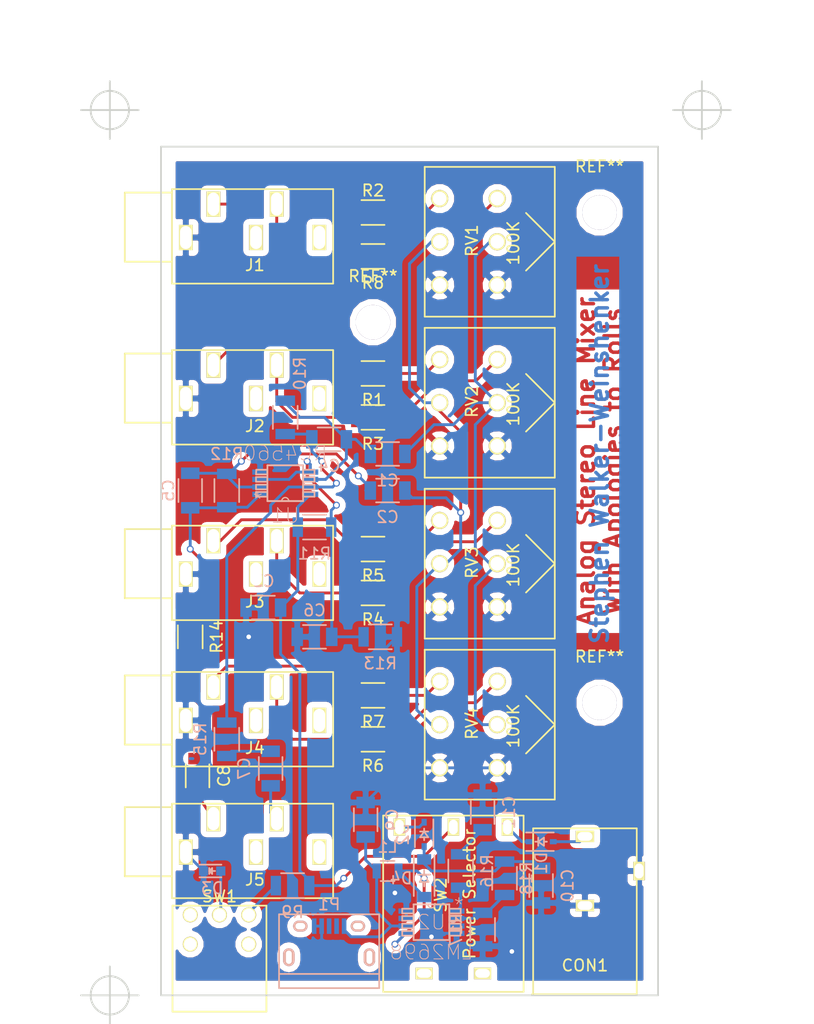
<source format=kicad_pcb>
(kicad_pcb (version 4) (host pcbnew 4.0.1-stable)
  (title_block (title "Analog Stereo Line Mixer") (date 2016-2-9) (rev 1))
  (layers (0 F.Cu signal) (31 B.Cu signal) (34 B.Paste user) (35 F.Paste user) (36 B.SilkS user) (37 F.SilkS user) (38 B.Mask user) (39 F.Mask user) (44 Edge.Cuts user))
  (net 0 "")
  (net 1 "Net-(C1-Pad1)")
  (net 2 /RSUM)
  (net 3 "Net-(C2-Pad1)")
  (net 4 /LSUM)
  (net 5 VCC)
  (net 6 GND)
  (net 7 "Net-(C4-Pad1)")
  (net 8 "Net-(C5-Pad1)")
  (net 9 /+B)
  (net 10 "Net-(C7-Pad1)")
  (net 11 "Net-(C7-Pad2)")
  (net 12 "Net-(C8-Pad1)")
  (net 13 "Net-(C8-Pad2)")
  (net 14 /Power_Regulator/Vin)
  (net 15 +12V)
  (net 16 "Net-(C11-Pad1)")
  (net 17 "Net-(CON1-Pad1)")
  (net 18 "Net-(D1-Pad1)")
  (net 19 "Net-(D2-Pad1)")
  (net 20 "Net-(D3-Pad2)")
  (net 21 "Net-(D4-Pad2)")
  (net 22 "Net-(J1-Pad2)")
  (net 23 "Net-(J1-Pad3)")
  (net 24 "Net-(J2-Pad2)")
  (net 25 "Net-(J2-Pad3)")
  (net 26 "Net-(J3-Pad2)")
  (net 27 "Net-(J3-Pad3)")
  (net 28 "Net-(J4-Pad2)")
  (net 29 "Net-(J4-Pad3)")
  (net 30 "Net-(R1-Pad1)")
  (net 31 "Net-(R2-Pad1)")
  (net 32 "Net-(R3-Pad1)")
  (net 33 "Net-(R4-Pad1)")
  (net 34 "Net-(R5-Pad1)")
  (net 35 "Net-(R6-Pad1)")
  (net 36 "Net-(R7-Pad1)")
  (net 37 "Net-(R8-Pad1)")
  (net 38 "Net-(R9-Pad1)")
  (net 39 "Net-(R16-Pad1)")
  (net 40 "Net-(R17-Pad1)")
  (module CUI-INC:SJ1-353XNG-5Pin (layer F.Cu) (at 59.055 106.68)
    (fp_text reference J5 (at -0.1 3.3) (layer F.SilkS))
    (fp_text value OUT)
    (pad 1 thru_hole rect (at -6.1 0.9) (size 1.2 2.2) (drill oval 1 2) (layers *.Cu *.Mask F.SilkS) (net 6 GND))
    (pad 2 thru_hole rect (at -3.7 -2) (size 1.2 2.2) (drill oval 1 2) (layers *.Cu *.Mask F.SilkS) (net 13 "Net-(C8-Pad2)"))
    (pad 3 thru_hole rect (at 1.8 -2) (size 1.2 2.2) (drill oval 1 2) (layers *.Cu *.Mask F.SilkS) (net 11 "Net-(C7-Pad2)"))
    (pad 4 thru_hole rect (at 5.5 0.9) (size 1.2 2.2) (drill oval 1 2) (layers *.Cu *.Mask F.SilkS))
    (pad 5 thru_hole rect (at 0 0.9) (size 1.2 2.2) (drill oval 1 2) (layers *.Cu *.Mask F.SilkS))
  )
  (module CUI-INC:SJ1-353XNG-5Pin (layer F.Cu) (at 59.055 82.55)
    (fp_text reference J3 (at -0.1 3.3) (layer F.SilkS))
    (fp_text value IN-3)
    (pad 1 thru_hole rect (at -6.1 0.9) (size 1.2 2.2) (drill oval 1 2) (layers *.Cu *.Mask F.SilkS) (net 6 GND))
    (pad 2 thru_hole rect (at -3.7 -2) (size 1.2 2.2) (drill oval 1 2) (layers *.Cu *.Mask F.SilkS) (net 26 "Net-(J3-Pad2)"))
    (pad 3 thru_hole rect (at 1.8 -2) (size 1.2 2.2) (drill oval 1 2) (layers *.Cu *.Mask F.SilkS) (net 27 "Net-(J3-Pad3)"))
    (pad 4 thru_hole rect (at 5.5 0.9) (size 1.2 2.2) (drill oval 1 2) (layers *.Cu *.Mask F.SilkS))
    (pad 5 thru_hole rect (at 0 0.9) (size 1.2 2.2) (drill oval 1 2) (layers *.Cu *.Mask F.SilkS))
  )
  (module Capacitors_SMD:C_1206 (layer B.Cu) (at 70.485 73.025)
    (fp_text reference C1 (at 0 2.3) (layer B.SilkS) (effects (justify mirror)))
    (fp_text value 1uF)
    (pad 1 smd rect (at -1.5 0) (size 1 1.6) (layers B.Cu B.Paste B.Mask) (net 1 "Net-(C1-Pad1)"))
    (pad 2 smd rect (at 1.5 0) (size 1 1.6) (layers B.Cu B.Paste B.Mask) (net 2 /RSUM))
  )
  (module Capacitors_SMD:C_1206 (layer B.Cu) (at 70.485 76.2)
    (fp_text reference C2 (at 0 2.3) (layer B.SilkS) (effects (justify mirror)))
    (fp_text value 1uF)
    (pad 1 smd rect (at -1.5 0) (size 1 1.6) (layers B.Cu B.Paste B.Mask) (net 3 "Net-(C2-Pad1)"))
    (pad 2 smd rect (at 1.5 0) (size 1 1.6) (layers B.Cu B.Paste B.Mask) (net 4 /LSUM))
  )
  (module Capacitors_SMD:C_1206 (layer B.Cu) (at 59.69 86.36 180)
    (fp_text reference C3 (at 0 2.3 180) (layer B.SilkS) (effects (justify mirror)))
    (fp_text value 1000uF)
    (pad 1 smd rect (at -1.5 0 180) (size 1 1.6) (layers B.Cu B.Paste B.Mask) (net 5 VCC))
    (pad 2 smd rect (at 1.5 0 180) (size 1 1.6) (layers B.Cu B.Paste B.Mask) (net 6 GND))
  )
  (module Capacitors_SMD:C_1206 (layer B.Cu) (at 65.405 71.755)
    (fp_text reference C4 (at 0 2.3) (layer B.SilkS) (effects (justify mirror)))
    (fp_text value 27pF)
    (pad 1 smd rect (at -1.5 0) (size 1 1.6) (layers B.Cu B.Paste B.Mask) (net 7 "Net-(C4-Pad1)"))
    (pad 2 smd rect (at 1.5 0) (size 1 1.6) (layers B.Cu B.Paste B.Mask) (net 1 "Net-(C1-Pad1)"))
  )
  (module Capacitors_SMD:C_1206 (layer B.Cu) (at 53.34 76.2 90)
    (fp_text reference C5 (at 0 -1.905 90) (layer B.SilkS) (effects (justify mirror)))
    (fp_text value 27pF)
    (pad 1 smd rect (at -1.5 0 90) (size 1 1.6) (layers B.Cu B.Paste B.Mask) (net 8 "Net-(C5-Pad1)"))
    (pad 2 smd rect (at 1.5 0 90) (size 1 1.6) (layers B.Cu B.Paste B.Mask) (net 3 "Net-(C2-Pad1)"))
  )
  (module Capacitors_SMD:C_1206 (layer B.Cu) (at 64.135 88.9 180)
    (fp_text reference C6 (at 0 2.3 180) (layer B.SilkS) (effects (justify mirror)))
    (fp_text value 47uF)
    (pad 1 smd rect (at -1.5 0 180) (size 1 1.6) (layers B.Cu B.Paste B.Mask) (net 9 /+B))
    (pad 2 smd rect (at 1.5 0 180) (size 1 1.6) (layers B.Cu B.Paste B.Mask) (net 6 GND))
  )
  (module Capacitors_SMD:C_1206 (layer B.Cu) (at 60.325 100.33 270)
    (fp_text reference C7 (at 0 2.3 270) (layer B.SilkS) (effects (justify mirror)))
    (fp_text value 47uF)
    (pad 1 smd rect (at -1.5 0 270) (size 1 1.6) (layers B.Cu B.Paste B.Mask) (net 10 "Net-(C7-Pad1)"))
    (pad 2 smd rect (at 1.5 0 270) (size 1 1.6) (layers B.Cu B.Paste B.Mask) (net 11 "Net-(C7-Pad2)"))
  )
  (module Capacitors_SMD:C_1206 (layer F.Cu) (at 53.975 100.965 270)
    (fp_text reference C8 (at 0 -2.3 270) (layer F.SilkS))
    (fp_text value 47uF)
    (pad 1 smd rect (at -1.5 0 270) (size 1 1.6) (layers F.Cu F.Paste F.Mask) (net 12 "Net-(C8-Pad1)"))
    (pad 2 smd rect (at 1.5 0 270) (size 1 1.6) (layers F.Cu F.Paste F.Mask) (net 13 "Net-(C8-Pad2)"))
  )
  (module Capacitors_SMD:C_1206 (layer B.Cu) (at 68.58 104.775 90)
    (fp_text reference C9 (at 0 2.3 90) (layer B.SilkS) (effects (justify mirror)))
    (fp_text value "22uF, 10V")
    (pad 1 smd rect (at -1.5 0 90) (size 1 1.6) (layers B.Cu B.Paste B.Mask) (net 14 /Power_Regulator/Vin))
    (pad 2 smd rect (at 1.5 0 90) (size 1 1.6) (layers B.Cu B.Paste B.Mask) (net 6 GND))
  )
  (module Capacitors_SMD:C_1206 (layer B.Cu) (at 83.82 110.49 90)
    (fp_text reference C10 (at 0 2.3 90) (layer B.SilkS) (effects (justify mirror)))
    (fp_text value 10uF)
    (pad 1 smd rect (at -1.5 0 90) (size 1 1.6) (layers B.Cu B.Paste B.Mask) (net 6 GND))
    (pad 2 smd rect (at 1.5 0 90) (size 1 1.6) (layers B.Cu B.Paste B.Mask) (net 15 +12V))
  )
  (module Capacitors_SMD:C_1206 (layer B.Cu) (at 78.74 104.14 90)
    (fp_text reference C11 (at 0 2.3 90) (layer B.SilkS) (effects (justify mirror)))
    (fp_text value 4.7nF)
    (pad 1 smd rect (at -1.5 0 90) (size 1 1.6) (layers B.Cu B.Paste B.Mask) (net 16 "Net-(C11-Pad1)"))
    (pad 2 smd rect (at 1.5 0 90) (size 1 1.6) (layers B.Cu B.Paste B.Mask) (net 6 GND))
  )
  (module CUI-INC:Barrel_Jack_2.1x5.5mm_CUI_INC (layer F.Cu) (at 87.63 109.22 180)
    (fp_text reference CON1 (at 0 -8.2 180) (layer F.SilkS))
    (fp_text value BARREL_JACK hide)
    (pad 2 thru_hole rect (at 0 -3 180) (size 1.6 1) (drill oval 1.3 0.762) (layers *.Cu *.Mask F.SilkS) (net 6 GND))
    (pad 3 thru_hole rect (at -4.7 0 270) (size 1.6 1) (drill oval 1.3 0.762) (layers *.Cu *.Mask F.SilkS) (net 6 GND))
    (pad 1 thru_hole rect (at 0 3 180) (size 1.6 1) (drill oval 1.3 0.762) (layers *.Cu *.Mask F.SilkS) (net 17 "Net-(CON1-Pad1)"))
  )
  (module Diodes_SMD:SOD-323 (layer B.Cu) (at 83.82 106.68)
    (fp_text reference D1 (at 0 1.85 90) (layer B.SilkS) (effects (justify mirror)))
    (fp_text value 1N4001)
    (pad 1 smd rect (at -1.055 0) (size 0.59 0.45) (layers B.Cu B.Paste B.Mask) (net 18 "Net-(D1-Pad1)"))
    (pad 2 smd rect (at 1.055 0) (size 0.59 0.45) (layers B.Cu B.Paste B.Mask) (net 17 "Net-(CON1-Pad1)"))
  )
  (module Diodes_SMD:SOD-323 (layer B.Cu) (at 73.66 106.045 270)
    (fp_text reference D2 (at 0 1.85 270) (layer B.SilkS) (effects (justify mirror)))
    (fp_text value 1N4001)
    (pad 1 smd rect (at -1.055 0 270) (size 0.59 0.45) (layers B.Cu B.Paste B.Mask) (net 19 "Net-(D2-Pad1)"))
    (pad 2 smd rect (at 1.055 0 270) (size 0.59 0.45) (layers B.Cu B.Paste B.Mask) (net 15 +12V))
  )
  (module LEDs:LED_0603 (layer B.Cu) (at 55.245 109.22)
    (fp_text reference D3 (at 0 1.5) (layer B.SilkS) (effects (justify mirror)))
    (fp_text value POWER_TEST)
    (pad 2 smd rect (at 0.7493 0 180) (size 0.79756 0.79756) (layers B.Cu B.Paste B.Mask) (net 20 "Net-(D3-Pad2)"))
    (pad 1 smd rect (at -0.7493 0 180) (size 0.79756 0.79756) (layers B.Cu B.Paste B.Mask) (net 6 GND))
  )
  (module Diodes_SMD:SOD-123 (layer B.Cu) (at 73.66 109.855 270)
    (fp_text reference D4 (at 0 2 540) (layer B.SilkS) (effects (justify mirror)))
    (fp_text value D_Schottky)
    (pad 1 smd rect (at -1.635 0 270) (size 0.91 1.22) (layers B.Cu B.Paste B.Mask) (net 15 +12V))
    (pad 2 smd rect (at 1.635 0 270) (size 0.91 1.22) (layers B.Cu B.Paste B.Mask) (net 21 "Net-(D4-Pad2)"))
  )
  (module CUI-INC:SJ1-353XNG-5Pin (layer F.Cu) (at 59.055 53.34)
    (fp_text reference J1 (at -0.1 3.3) (layer F.SilkS))
    (fp_text value IN-1)
    (pad 1 thru_hole rect (at -6.1 0.9) (size 1.2 2.2) (drill oval 1 2) (layers *.Cu *.Mask F.SilkS) (net 6 GND))
    (pad 2 thru_hole rect (at -3.7 -2) (size 1.2 2.2) (drill oval 1 2) (layers *.Cu *.Mask F.SilkS) (net 22 "Net-(J1-Pad2)"))
    (pad 3 thru_hole rect (at 1.8 -2) (size 1.2 2.2) (drill oval 1 2) (layers *.Cu *.Mask F.SilkS) (net 23 "Net-(J1-Pad3)"))
    (pad 4 thru_hole rect (at 5.5 0.9) (size 1.2 2.2) (drill oval 1 2) (layers *.Cu *.Mask F.SilkS))
    (pad 5 thru_hole rect (at 0 0.9) (size 1.2 2.2) (drill oval 1 2) (layers *.Cu *.Mask F.SilkS))
  )
  (module CUI-INC:SJ1-353XNG-5Pin (layer F.Cu) (at 59.055 67.31)
    (fp_text reference J2 (at -0.1 3.3) (layer F.SilkS))
    (fp_text value IN-2)
    (pad 1 thru_hole rect (at -6.1 0.9) (size 1.2 2.2) (drill oval 1 2) (layers *.Cu *.Mask F.SilkS) (net 6 GND))
    (pad 2 thru_hole rect (at -3.7 -2) (size 1.2 2.2) (drill oval 1 2) (layers *.Cu *.Mask F.SilkS) (net 24 "Net-(J2-Pad2)"))
    (pad 3 thru_hole rect (at 1.8 -2) (size 1.2 2.2) (drill oval 1 2) (layers *.Cu *.Mask F.SilkS) (net 25 "Net-(J2-Pad3)"))
    (pad 4 thru_hole rect (at 5.5 0.9) (size 1.2 2.2) (drill oval 1 2) (layers *.Cu *.Mask F.SilkS))
    (pad 5 thru_hole rect (at 0 0.9) (size 1.2 2.2) (drill oval 1 2) (layers *.Cu *.Mask F.SilkS))
  )
  (module CUI-INC:SJ1-353XNG-5Pin (layer F.Cu) (at 59.055 95.25)
    (fp_text reference J4 (at -0.1 3.3) (layer F.SilkS))
    (fp_text value IN-4)
    (pad 1 thru_hole rect (at -6.1 0.9) (size 1.2 2.2) (drill oval 1 2) (layers *.Cu *.Mask F.SilkS) (net 6 GND))
    (pad 2 thru_hole rect (at -3.7 -2) (size 1.2 2.2) (drill oval 1 2) (layers *.Cu *.Mask F.SilkS) (net 28 "Net-(J4-Pad2)"))
    (pad 3 thru_hole rect (at 1.8 -2) (size 1.2 2.2) (drill oval 1 2) (layers *.Cu *.Mask F.SilkS) (net 29 "Net-(J4-Pad3)"))
    (pad 4 thru_hole rect (at 5.5 0.9) (size 1.2 2.2) (drill oval 1 2) (layers *.Cu *.Mask F.SilkS))
    (pad 5 thru_hole rect (at 0 0.9) (size 1.2 2.2) (drill oval 1 2) (layers *.Cu *.Mask F.SilkS))
  )
  (module Resistors_SMD:R_0805 (layer B.Cu) (at 70.485 109.22 180)
    (fp_text reference L1 (at 0 2.1 180) (layer B.SilkS) (effects (justify mirror)))
    (fp_text value 10uH)
    (pad 1 smd rect (at -0.95 0 180) (size 0.7 1.3) (layers B.Cu B.Paste B.Mask) (net 21 "Net-(D4-Pad2)"))
    (pad 2 smd rect (at 0.95 0 180) (size 0.7 1.3) (layers B.Cu B.Paste B.Mask) (net 14 /Power_Regulator/Vin))
  )
  (module Connect:USB_Micro-B (layer B.Cu) (at 65.405 115.57 180)
    (fp_text reference P1 (at 0 3.45 180) (layer B.SilkS) (effects (justify mirror)))
    (fp_text value USB_B)
    (pad 1 smd rect (at -1.3009 1.56254 90) (size 1.35 0.4) (layers B.Cu B.Paste B.Mask) (net 14 /Power_Regulator/Vin))
    (pad 2 smd rect (at -0.6509 1.56254 90) (size 1.35 0.4) (layers B.Cu B.Paste B.Mask))
    (pad 3 smd rect (at -0.0009 1.56254 90) (size 1.35 0.4) (layers B.Cu B.Paste B.Mask))
    (pad 4 smd rect (at 0.6491 1.56254 90) (size 1.35 0.4) (layers B.Cu B.Paste B.Mask) (net 6 GND))
    (pad 5 smd rect (at 1.2991 1.56254 90) (size 1.35 0.4) (layers B.Cu B.Paste B.Mask) (net 6 GND))
    (pad 6 thru_hole oval (at -2.5009 1.56254 90) (size 0.95 1.25) (drill oval 0.55 0.85) (layers *.Cu *.Mask B.SilkS))
    (pad 6 thru_hole oval (at 2.4991 1.56254 90) (size 0.95 1.25) (drill oval 0.55 0.85) (layers *.Cu *.Mask B.SilkS))
    (pad 6 thru_hole oval (at -3.5009 -1.13746 90) (size 1.55 1) (drill oval 1.15 0.5) (layers *.Cu *.Mask B.SilkS))
    (pad 6 thru_hole oval (at 3.4991 -1.13746 90) (size 1.55 1) (drill oval 1.15 0.5) (layers *.Cu *.Mask B.SilkS))
  )
  (module Resistors_SMD:R_1206 (layer F.Cu) (at 69.215 66.04 180)
    (fp_text reference R1 (at 0 -2.3 180) (layer F.SilkS))
    (fp_text value 10K)
    (pad 1 smd rect (at -1.45 0 180) (size 0.9 1.7) (layers F.Cu F.Paste F.Mask) (net 30 "Net-(R1-Pad1)"))
    (pad 2 smd rect (at 1.45 0 180) (size 0.9 1.7) (layers F.Cu F.Paste F.Mask) (net 24 "Net-(J2-Pad2)"))
  )
  (module Resistors_SMD:R_1206 (layer F.Cu) (at 69.215 52.07 180)
    (fp_text reference R2 (at 0 1.905 180) (layer F.SilkS))
    (fp_text value 10K)
    (pad 1 smd rect (at -1.45 0 180) (size 0.9 1.7) (layers F.Cu F.Paste F.Mask) (net 31 "Net-(R2-Pad1)"))
    (pad 2 smd rect (at 1.45 0 180) (size 0.9 1.7) (layers F.Cu F.Paste F.Mask) (net 22 "Net-(J1-Pad2)"))
  )
  (module Resistors_SMD:R_1206 (layer F.Cu) (at 69.215 69.85 180)
    (fp_text reference R3 (at 0 -2.3 180) (layer F.SilkS))
    (fp_text value 10K)
    (pad 1 smd rect (at -1.45 0 180) (size 0.9 1.7) (layers F.Cu F.Paste F.Mask) (net 32 "Net-(R3-Pad1)"))
    (pad 2 smd rect (at 1.45 0 180) (size 0.9 1.7) (layers F.Cu F.Paste F.Mask) (net 25 "Net-(J2-Pad3)"))
  )
  (module Resistors_SMD:R_1206 (layer F.Cu) (at 69.215 85.09 180)
    (fp_text reference R4 (at 0 -2.3 180) (layer F.SilkS))
    (fp_text value 10K)
    (pad 1 smd rect (at -1.45 0 180) (size 0.9 1.7) (layers F.Cu F.Paste F.Mask) (net 33 "Net-(R4-Pad1)"))
    (pad 2 smd rect (at 1.45 0 180) (size 0.9 1.7) (layers F.Cu F.Paste F.Mask) (net 27 "Net-(J3-Pad3)"))
  )
  (module Resistors_SMD:R_1206 (layer F.Cu) (at 69.215 81.28 180)
    (fp_text reference R5 (at 0 -2.3 180) (layer F.SilkS))
    (fp_text value 10K)
    (pad 1 smd rect (at -1.45 0 180) (size 0.9 1.7) (layers F.Cu F.Paste F.Mask) (net 34 "Net-(R5-Pad1)"))
    (pad 2 smd rect (at 1.45 0 180) (size 0.9 1.7) (layers F.Cu F.Paste F.Mask) (net 26 "Net-(J3-Pad2)"))
  )
  (module Resistors_SMD:R_1206 (layer F.Cu) (at 69.215 97.79 180)
    (fp_text reference R6 (at 0 -2.3 180) (layer F.SilkS))
    (fp_text value 10K)
    (pad 1 smd rect (at -1.45 0 180) (size 0.9 1.7) (layers F.Cu F.Paste F.Mask) (net 35 "Net-(R6-Pad1)"))
    (pad 2 smd rect (at 1.45 0 180) (size 0.9 1.7) (layers F.Cu F.Paste F.Mask) (net 29 "Net-(J4-Pad3)"))
  )
  (module Resistors_SMD:R_1206 (layer F.Cu) (at 69.215 93.98 180)
    (fp_text reference R7 (at 0 -2.3 180) (layer F.SilkS))
    (fp_text value 10K)
    (pad 1 smd rect (at -1.45 0 180) (size 0.9 1.7) (layers F.Cu F.Paste F.Mask) (net 36 "Net-(R7-Pad1)"))
    (pad 2 smd rect (at 1.45 0 180) (size 0.9 1.7) (layers F.Cu F.Paste F.Mask) (net 28 "Net-(J4-Pad2)"))
  )
  (module Resistors_SMD:R_1206 (layer F.Cu) (at 69.215 55.88 180)
    (fp_text reference R8 (at 0 -2.3 180) (layer F.SilkS))
    (fp_text value 10K)
    (pad 1 smd rect (at -1.45 0 180) (size 0.9 1.7) (layers F.Cu F.Paste F.Mask) (net 37 "Net-(R8-Pad1)"))
    (pad 2 smd rect (at 1.45 0 180) (size 0.9 1.7) (layers F.Cu F.Paste F.Mask) (net 23 "Net-(J1-Pad3)"))
  )
  (module Resistors_SMD:R_1206 (layer B.Cu) (at 62.23 110.49)
    (fp_text reference R9 (at 0 2.3) (layer B.SilkS) (effects (justify mirror)))
    (fp_text value 2k)
    (pad 1 smd rect (at -1.45 0) (size 0.9 1.7) (layers B.Cu B.Paste B.Mask) (net 38 "Net-(R9-Pad1)"))
    (pad 2 smd rect (at 1.45 0) (size 0.9 1.7) (layers B.Cu B.Paste B.Mask) (net 5 VCC))
  )
  (module Resistors_SMD:R_1206 (layer B.Cu) (at 61.595 69.85 270)
    (fp_text reference R10 (at -3.81 -1.27 270) (layer B.SilkS) (effects (justify mirror)))
    (fp_text value 100k)
    (pad 1 smd rect (at -1.45 0 270) (size 0.9 1.7) (layers B.Cu B.Paste B.Mask) (net 1 "Net-(C1-Pad1)"))
    (pad 2 smd rect (at 1.45 0 270) (size 0.9 1.7) (layers B.Cu B.Paste B.Mask) (net 7 "Net-(C4-Pad1)"))
  )
  (module Resistors_SMD:R_1206 (layer B.Cu) (at 64.135 79.375)
    (fp_text reference R11 (at 0 2.3) (layer B.SilkS) (effects (justify mirror)))
    (fp_text value 18k)
    (pad 1 smd rect (at -1.45 0) (size 0.9 1.7) (layers B.Cu B.Paste B.Mask) (net 5 VCC))
    (pad 2 smd rect (at 1.45 0) (size 0.9 1.7) (layers B.Cu B.Paste B.Mask) (net 9 /+B))
  )
  (module Resistors_SMD:R_1206 (layer B.Cu) (at 56.515 76.2 270)
    (fp_text reference R12 (at -3.175 0 360) (layer B.SilkS) (effects (justify mirror)))
    (fp_text value 100k)
    (pad 1 smd rect (at -1.45 0 270) (size 0.9 1.7) (layers B.Cu B.Paste B.Mask) (net 3 "Net-(C2-Pad1)"))
    (pad 2 smd rect (at 1.45 0 270) (size 0.9 1.7) (layers B.Cu B.Paste B.Mask) (net 8 "Net-(C5-Pad1)"))
  )
  (module Resistors_SMD:R_1206 (layer B.Cu) (at 69.85 88.9)
    (fp_text reference R13 (at 0 2.3) (layer B.SilkS) (effects (justify mirror)))
    (fp_text value 22k)
    (pad 1 smd rect (at -1.45 0) (size 0.9 1.7) (layers B.Cu B.Paste B.Mask) (net 9 /+B))
    (pad 2 smd rect (at 1.45 0) (size 0.9 1.7) (layers B.Cu B.Paste B.Mask) (net 6 GND))
  )
  (module Resistors_SMD:R_1206 (layer F.Cu) (at 53.34 88.9 270)
    (fp_text reference R14 (at 0 -2.3 270) (layer F.SilkS))
    (fp_text value 100)
    (pad 1 smd rect (at -1.45 0 270) (size 0.9 1.7) (layers F.Cu F.Paste F.Mask) (net 8 "Net-(C5-Pad1)"))
    (pad 2 smd rect (at 1.45 0 270) (size 0.9 1.7) (layers F.Cu F.Paste F.Mask) (net 12 "Net-(C8-Pad1)"))
  )
  (module Resistors_SMD:R_1206 (layer B.Cu) (at 56.515 97.79 270)
    (fp_text reference R15 (at 0 2.3 270) (layer B.SilkS) (effects (justify mirror)))
    (fp_text value 100)
    (pad 1 smd rect (at -1.45 0 270) (size 0.9 1.7) (layers B.Cu B.Paste B.Mask) (net 7 "Net-(C4-Pad1)"))
    (pad 2 smd rect (at 1.45 0 270) (size 0.9 1.7) (layers B.Cu B.Paste B.Mask) (net 10 "Net-(C7-Pad1)"))
  )
  (module Resistors_SMD:R_1206 (layer B.Cu) (at 76.835 109.22 90)
    (fp_text reference R16 (at 0 2.3 90) (layer B.SilkS) (effects (justify mirror)))
    (fp_text value 24k9)
    (pad 1 smd rect (at -1.45 0 90) (size 0.9 1.7) (layers B.Cu B.Paste B.Mask) (net 39 "Net-(R16-Pad1)"))
    (pad 2 smd rect (at 1.45 0 90) (size 0.9 1.7) (layers B.Cu B.Paste B.Mask) (net 16 "Net-(C11-Pad1)"))
  )
  (module Resistors_SMD:R_1206 (layer B.Cu) (at 78.74 114.3 270)
    (fp_text reference R17 (at 0 2.3 270) (layer B.SilkS) (effects (justify mirror)))
    (fp_text value 3k48)
    (pad 1 smd rect (at -1.45 0 270) (size 0.9 1.7) (layers B.Cu B.Paste B.Mask) (net 40 "Net-(R17-Pad1)"))
    (pad 2 smd rect (at 1.45 0 270) (size 0.9 1.7) (layers B.Cu B.Paste B.Mask) (net 6 GND))
  )
  (module Resistors_SMD:R_1206 (layer B.Cu) (at 80.645 109.855 270)
    (fp_text reference R18 (at 0 -1.905 270) (layer B.SilkS) (effects (justify mirror)))
    (fp_text value 30k1)
    (pad 1 smd rect (at -1.45 0 270) (size 0.9 1.7) (layers B.Cu B.Paste B.Mask) (net 15 +12V))
    (pad 2 smd rect (at 1.45 0 270) (size 0.9 1.7) (layers B.Cu B.Paste B.Mask) (net 40 "Net-(R17-Pad1)"))
  )
  (module Taiwan_Alpha:TA-Dual-Pot-pin-RV122F (layer F.Cu) (at 80.01 54.61 270)
    (fp_text reference RV1 (at -0.1 2.2 270) (layer F.SilkS))
    (fp_text value 100K (at 0.1 -1.4 270) (layer F.SilkS))
    (pad 2 thru_hole circle (at 0 0 270) (size 1.5 1.5) (drill 1.2) (layers *.Cu *.Mask F.SilkS) (net 2 /RSUM))
    (pad 1 thru_hole circle (at -3.75 0 270) (size 1.5 1.5) (drill 1.2) (layers *.Cu *.Mask F.SilkS) (net 37 "Net-(R8-Pad1)"))
    (pad 3 thru_hole circle (at 3.75 0 270) (size 1.5 1.5) (drill 1.2) (layers *.Cu *.Mask F.SilkS) (net 6 GND))
    (pad 4 thru_hole circle (at -3.75 5 270) (size 1.5 1.5) (drill 1.2) (layers *.Cu *.Mask F.SilkS) (net 31 "Net-(R2-Pad1)"))
    (pad 5 thru_hole circle (at 0 5 270) (size 1.5 1.5) (drill 1.2) (layers *.Cu *.Mask F.SilkS) (net 4 /LSUM))
    (pad 6 thru_hole circle (at 3.75 5 270) (size 1.5 1.5) (drill 1.2) (layers *.Cu *.Mask F.SilkS) (net 6 GND))
  )
  (module Taiwan_Alpha:TA-Dual-Pot-pin-RV122F (layer F.Cu) (at 80.01 68.58 270)
    (fp_text reference RV2 (at -0.1 2.2 270) (layer F.SilkS))
    (fp_text value 100K (at 0.1 -1.4 270) (layer F.SilkS))
    (pad 2 thru_hole circle (at 0 0 270) (size 1.5 1.5) (drill 1.2) (layers *.Cu *.Mask F.SilkS) (net 2 /RSUM))
    (pad 1 thru_hole circle (at -3.75 0 270) (size 1.5 1.5) (drill 1.2) (layers *.Cu *.Mask F.SilkS) (net 32 "Net-(R3-Pad1)"))
    (pad 3 thru_hole circle (at 3.75 0 270) (size 1.5 1.5) (drill 1.2) (layers *.Cu *.Mask F.SilkS) (net 6 GND))
    (pad 4 thru_hole circle (at -3.75 5 270) (size 1.5 1.5) (drill 1.2) (layers *.Cu *.Mask F.SilkS) (net 30 "Net-(R1-Pad1)"))
    (pad 5 thru_hole circle (at 0 5 270) (size 1.5 1.5) (drill 1.2) (layers *.Cu *.Mask F.SilkS) (net 4 /LSUM))
    (pad 6 thru_hole circle (at 3.75 5 270) (size 1.5 1.5) (drill 1.2) (layers *.Cu *.Mask F.SilkS) (net 6 GND))
  )
  (module Taiwan_Alpha:TA-Dual-Pot-pin-RV122F (layer F.Cu) (at 80.01 82.55 270)
    (fp_text reference RV3 (at -0.1 2.2 270) (layer F.SilkS))
    (fp_text value 100K (at 0.1 -1.4 270) (layer F.SilkS))
    (pad 2 thru_hole circle (at 0 0 270) (size 1.5 1.5) (drill 1.2) (layers *.Cu *.Mask F.SilkS) (net 2 /RSUM))
    (pad 1 thru_hole circle (at -3.75 0 270) (size 1.5 1.5) (drill 1.2) (layers *.Cu *.Mask F.SilkS) (net 33 "Net-(R4-Pad1)"))
    (pad 3 thru_hole circle (at 3.75 0 270) (size 1.5 1.5) (drill 1.2) (layers *.Cu *.Mask F.SilkS) (net 6 GND))
    (pad 4 thru_hole circle (at -3.75 5 270) (size 1.5 1.5) (drill 1.2) (layers *.Cu *.Mask F.SilkS) (net 34 "Net-(R5-Pad1)"))
    (pad 5 thru_hole circle (at 0 5 270) (size 1.5 1.5) (drill 1.2) (layers *.Cu *.Mask F.SilkS) (net 4 /LSUM))
    (pad 6 thru_hole circle (at 3.75 5 270) (size 1.5 1.5) (drill 1.2) (layers *.Cu *.Mask F.SilkS) (net 6 GND))
  )
  (module Taiwan_Alpha:TA-Dual-Pot-pin-RV122F (layer F.Cu) (at 80.01 96.52 270)
    (fp_text reference RV4 (at -0.1 2.2 270) (layer F.SilkS))
    (fp_text value 100K (at 0.1 -1.4 270) (layer F.SilkS))
    (pad 2 thru_hole circle (at 0 0 270) (size 1.5 1.5) (drill 1.2) (layers *.Cu *.Mask F.SilkS) (net 2 /RSUM))
    (pad 1 thru_hole circle (at -3.75 0 270) (size 1.5 1.5) (drill 1.2) (layers *.Cu *.Mask F.SilkS) (net 35 "Net-(R6-Pad1)"))
    (pad 3 thru_hole circle (at 3.75 0 270) (size 1.5 1.5) (drill 1.2) (layers *.Cu *.Mask F.SilkS) (net 6 GND))
    (pad 4 thru_hole circle (at -3.75 5 270) (size 1.5 1.5) (drill 1.2) (layers *.Cu *.Mask F.SilkS) (net 36 "Net-(R7-Pad1)"))
    (pad 5 thru_hole circle (at 0 5 270) (size 1.5 1.5) (drill 1.2) (layers *.Cu *.Mask F.SilkS) (net 4 /LSUM))
    (pad 6 thru_hole circle (at 3.75 5 270) (size 1.5 1.5) (drill 1.2) (layers *.Cu *.Mask F.SilkS) (net 6 GND))
  )
  (module Grayhill:Grayhill-38F-M6-SPST (layer F.Cu) (at 55.88 113.03 180)
    (fp_text reference SW1 (at 0 1.6 180) (layer F.SilkS))
    (fp_text value POWER_TEST)
    (pad 1 thru_hole circle (at -2.54 0 180) (size 1.3 1.3) (drill 1.09) (layers *.Cu *.Mask F.SilkS) (net 38 "Net-(R9-Pad1)"))
    (pad 2 thru_hole circle (at 0 0 180) (size 1.3 1.3) (drill 1.09) (layers *.Cu *.Mask F.SilkS) (net 20 "Net-(D3-Pad2)"))
    (pad 3 thru_hole circle (at 2.54 0 180) (size 1.3 1.3) (drill 1.09) (layers *.Cu *.Mask F.SilkS))
    (pad "" np_thru_hole circle (at 2.54 -2.54 180) (size 1.3 1.3) (drill 1.09) (layers *.Cu *.Mask F.SilkS))
    (pad "" np_thru_hole circle (at -2.54 -2.54 180) (size 1.3 1.3) (drill 1.09) (layers *.Cu *.Mask F.SilkS))
  )
  (module Grayhill:Grayhill-47B-switches-SPDT-M6 (layer F.Cu) (at 76.2 105.41 180)
    (fp_text reference SW2 (at 1.1 -5.9 270) (layer F.SilkS))
    (fp_text value "Power Selector" (at -1.4 -5.8 270) (layer F.SilkS))
    (pad 1 thru_hole rect (at -4.69 0 270) (size 1.5 1) (drill oval 1.27 0.76) (layers *.Cu *.Mask F.SilkS) (net 18 "Net-(D1-Pad1)"))
    (pad 2 thru_hole rect (at 0 0 270) (size 1.5 1) (drill oval 1.27 0.76) (layers *.Cu *.Mask F.SilkS) (net 5 VCC))
    (pad 3 thru_hole rect (at 4.69 0 270) (size 1.5 1) (drill oval 1.27 0.76) (layers *.Cu *.Mask F.SilkS) (net 19 "Net-(D2-Pad1)"))
    (pad "" np_thru_hole rect (at -2.54 -12.7 180) (size 1.5 1) (drill oval 1.27 0.76) (layers *.Cu *.Mask F.SilkS))
    (pad "" np_thru_hole rect (at 2.54 -12.7 180) (size 1.5 1) (drill oval 1.27 0.76) (layers *.Cu *.Mask F.SilkS))
  )
  (module texas:TI-LM2698-MUA08A (layer B.Cu) (at 61.595 75.565)
    (fp_text reference U1 (at 0 2.8) (layer B.SilkS) (effects (font (size 1.27 1.27) (thickness 0.0762)) (justify mirror)))
    (fp_text value RC4560 (at 0 -2.6) (layer B.SilkS) (effects (font (size 1.27 1.27) (thickness 0.0762)) (justify mirror)))
    (fp_text user * (at -2.3876 1.4478) (layer B.SilkS) (effects (font (size 1.27 1.27) (thickness 0.0762)) (justify mirror)))
    (pad 1 smd rect (at -2.18186 0.9652) (size 1.3716 0.4572) (layers B.Cu B.Paste B.Mask) (net 8 "Net-(C5-Pad1)"))
    (pad 2 smd rect (at -2.18186 0.3302) (size 1.3716 0.4572) (layers B.Cu B.Paste B.Mask) (net 3 "Net-(C2-Pad1)"))
    (pad 3 smd rect (at -2.18186 -0.3302) (size 1.3716 0.4572) (layers B.Cu B.Paste B.Mask) (net 9 /+B))
    (pad 4 smd rect (at -2.18186 -0.9652) (size 1.3716 0.4572) (layers B.Cu B.Paste B.Mask) (net 6 GND))
    (pad 5 smd rect (at 2.18186 -0.9652) (size 1.3716 0.4572) (layers B.Cu B.Paste B.Mask) (net 9 /+B))
    (pad 6 smd rect (at 2.18186 -0.3302) (size 1.3716 0.4572) (layers B.Cu B.Paste B.Mask) (net 1 "Net-(C1-Pad1)"))
    (pad 7 smd rect (at 2.18186 0.3302) (size 1.3716 0.4572) (layers B.Cu B.Paste B.Mask) (net 7 "Net-(C4-Pad1)"))
    (pad 8 smd rect (at 2.18186 0.9652) (size 1.3716 0.4572) (layers B.Cu B.Paste B.Mask) (net 5 VCC))
  )
  (module texas:TI-LM2698-MUA08A (layer B.Cu) (at 74.295 113.665 180)
    (fp_text reference U2 (at 0 0 180) (layer B.SilkS) (effects (font (size 1.27 1.27) (thickness 0.0762)) (justify mirror)))
    (fp_text value LM2698 (at 0 -2.6 180) (layer B.SilkS) (effects (font (size 1.27 1.27) (thickness 0.0762)) (justify mirror)))
    (fp_text user * (at -2.3876 1.4478 180) (layer B.SilkS) (effects (font (size 1.27 1.27) (thickness 0.0762)) (justify mirror)))
    (pad 1 smd rect (at -2.18186 0.9652 180) (size 1.3716 0.4572) (layers B.Cu B.Paste B.Mask) (net 39 "Net-(R16-Pad1)"))
    (pad 2 smd rect (at -2.18186 0.3302 180) (size 1.3716 0.4572) (layers B.Cu B.Paste B.Mask) (net 40 "Net-(R17-Pad1)"))
    (pad 3 smd rect (at -2.18186 -0.3302 180) (size 1.3716 0.4572) (layers B.Cu B.Paste B.Mask))
    (pad 4 smd rect (at -2.18186 -0.9652 180) (size 1.3716 0.4572) (layers B.Cu B.Paste B.Mask) (net 6 GND))
    (pad 5 smd rect (at 2.18186 -0.9652 180) (size 1.3716 0.4572) (layers B.Cu B.Paste B.Mask) (net 21 "Net-(D4-Pad2)"))
    (pad 6 smd rect (at 2.18186 -0.3302 180) (size 1.3716 0.4572) (layers B.Cu B.Paste B.Mask) (net 14 /Power_Regulator/Vin))
    (pad 7 smd rect (at 2.18186 0.3302 180) (size 1.3716 0.4572) (layers B.Cu B.Paste B.Mask) (net 6 GND))
    (pad 8 smd rect (at 2.18186 0.9652 180) (size 1.3716 0.4572) (layers B.Cu B.Paste B.Mask) (net 6 GND))
  )
  (module Mounting_Holes:MountingHole_3mm (layer F.Cu) (at 88.9 52.07)
    (fp_text reference REF** (at 0 -4.0005) (layer F.SilkS))
    (fp_text value MountingHole_3mm)
    (pad 1 thru_hole circle (at 0 0) (size 3 3) (drill 3) (layers))
  )
  (module Mounting_Holes:MountingHole_3mm (layer F.Cu) (at 88.9 94.615)
    (fp_text reference REF** (at 0 -4.0005) (layer F.SilkS))
    (fp_text value MountingHole_3mm)
    (pad 1 thru_hole circle (at 0 0) (size 3 3) (drill 3) (layers))
  )
  (module Mounting_Holes:MountingHole_3mm (layer F.Cu) (at 69.215 61.595)
    (fp_text reference REF** (at 0 -4.0005) (layer F.SilkS))
    (fp_text value MountingHole_3mm)
    (pad 1 thru_hole circle (at 0 0) (size 3 3) (drill 3) (layers))
  )
  (target plus (at 46.355 120.015) (size 5) (width 0.15) (layer Edge.Cuts))
  (target plus (at 46.355 120.015) (size 5) (width 0.15) (layer Edge.Cuts))
  (target plus (at 46.355 43.18) (size 5) (width 0.15) (layer Edge.Cuts))
  (target plus (at 46.355 43.18) (size 5) (width 0.15) (layer Edge.Cuts))
  (target plus (at 97.79 43.18) (size 5) (width 0.15) (layer Edge.Cuts))
  (target plus (at 97.79 43.18) (size 5) (width 0.15) (layer Edge.Cuts))
  (gr_text "Stephen Walker-Weinshenker" (at 88.9 73.025 90) (layer B.Cu) (effects (font (size 1.5 1.5) (thickness 0.3))))
  (gr_text "Analog Stereo Line Mixer\nWith Apologies to Rolls" (at 88.9 73.66 90) (layer F.Cu) (effects (font (size 1.5 1.5) (thickness 0.3))))
  (gr_line (start 93.98 120.015) (end 50.8 120.015) (layer Edge.Cuts) (width 0.15))
  (gr_line (start 93.98 46.355) (end 93.98 120.015) (layer Edge.Cuts) (width 0.15))
  (gr_line (start 50.8 46.355) (end 93.98 46.355) (layer Edge.Cuts) (width 0.15))
  (gr_line (start 50.8 120.013) (end 50.8 46.355) (layer Edge.Cuts) (width 0.15))
  (segment (start 53.34 99.465) (end 53.57 99.465) (width 0.25) (layer B.Cu) (net 0))
  (segment (start 65.1002 75.2348) (end 63.77686 75.2348) (width 0.25) (layer B.Cu) (net 1))
  (segment (start 66.905 73.43) (end 65.1002 75.2348) (width 0.25) (layer B.Cu) (net 1))
  (segment (start 66.905 71.755) (end 66.905 73.43) (width 0.25) (layer B.Cu) (net 1))
  (segment (start 66.905 71.755) (end 67.715 71.755) (width 0.25) (layer B.Cu) (net 1))
  (segment (start 67.715 71.755) (end 68.985 73.025) (width 0.25) (layer B.Cu) (net 1))
  (segment (start 61.595 68.4) (end 61.595 68.58) (width 0.25) (layer B.Cu) (net 1))
  (segment (start 61.595 68.58) (end 62.865 69.85) (width 0.25) (layer B.Cu) (net 1))
  (segment (start 62.865 69.85) (end 65 69.85) (width 0.25) (layer B.Cu) (net 1))
  (segment (start 65 69.85) (end 66.905 71.755) (width 0.25) (layer B.Cu) (net 1))
  (segment (start 80.01 96.52) (end 78.74 96.52) (width 0.25) (layer B.Cu) (net 2))
  (segment (start 78.105 84.455) (end 80.01 82.55) (width 0.25) (layer B.Cu) (net 2))
  (segment (start 78.105 95.885) (end 78.105 84.455) (width 0.25) (layer B.Cu) (net 2))
  (segment (start 78.74 96.52) (end 78.105 95.885) (width 0.25) (layer B.Cu) (net 2))
  (segment (start 78.105 70.485) (end 80.01 68.58) (width 0.25) (layer B.Cu) (net 2))
  (segment (start 78.105 81.28) (end 78.105 70.485) (width 0.25) (layer B.Cu) (net 2))
  (segment (start 79.375 82.55) (end 78.105 81.28) (width 0.25) (layer B.Cu) (net 2))
  (segment (start 80.01 82.55) (end 79.375 82.55) (width 0.25) (layer B.Cu) (net 2))
  (segment (start 80.01 54.61) (end 79.375 54.61) (width 0.25) (layer B.Cu) (net 2))
  (segment (start 79.375 54.61) (end 78.105 55.88) (width 0.25) (layer B.Cu) (net 2))
  (segment (start 78.105 55.88) (end 78.105 66.675) (width 0.25) (layer B.Cu) (net 2))
  (segment (start 78.105 66.675) (end 80.01 68.58) (width 0.25) (layer B.Cu) (net 2))
  (segment (start 80.01 68.58) (end 78.105 68.58) (width 0.25) (layer B.Cu) (net 2))
  (segment (start 74.525 70.485) (end 71.985 73.025) (width 0.25) (layer B.Cu) (net 2))
  (segment (start 76.2 70.485) (end 74.525 70.485) (width 0.25) (layer B.Cu) (net 2))
  (segment (start 78.105 68.58) (end 76.2 70.485) (width 0.25) (layer B.Cu) (net 2))
  (segment (start 68.985 76.2) (end 68.985 75.97) (width 0.25) (layer B.Cu) (net 3))
  (segment (start 68.985 75.97) (end 67.945 74.93) (width 0.25) (layer B.Cu) (net 3))
  (segment (start 57.785 73.66) (end 56.695 74.75) (width 0.25) (layer B.Cu) (net 3))
  (via (at 57.785 73.66) (size 0.6) (drill 0.4) (layers F.Cu B.Cu) (net 3))
  (segment (start 58.42 73.025) (end 57.785 73.66) (width 0.25) (layer F.Cu) (net 3))
  (segment (start 66.04 73.025) (end 58.42 73.025) (width 0.25) (layer F.Cu) (net 3))
  (segment (start 67.945 74.93) (end 66.04 73.025) (width 0.25) (layer F.Cu) (net 3))
  (via (at 67.945 74.93) (size 0.6) (drill 0.4) (layers F.Cu B.Cu) (net 3))
  (segment (start 56.695 74.75) (end 56.515 74.75) (width 0.25) (layer B.Cu) (net 3))
  (segment (start 68.985 76.2) (end 68.58 76.2) (width 0.25) (layer B.Cu) (net 3))
  (segment (start 56.515 74.75) (end 56.515 74.93) (width 0.25) (layer B.Cu) (net 3))
  (segment (start 56.515 74.93) (end 57.4802 75.8952) (width 0.25) (layer B.Cu) (net 3))
  (segment (start 57.4802 75.8952) (end 59.41314 75.8952) (width 0.25) (layer B.Cu) (net 3))
  (segment (start 53.34 74.7) (end 56.465 74.7) (width 0.25) (layer B.Cu) (net 3))
  (segment (start 56.465 74.7) (end 56.515 74.75) (width 0.25) (layer B.Cu) (net 3))
  (segment (start 75.01 96.52) (end 74.295 96.52) (width 0.25) (layer B.Cu) (net 4))
  (segment (start 74.295 96.52) (end 73.025 95.25) (width 0.25) (layer B.Cu) (net 4))
  (segment (start 73.025 95.25) (end 73.025 84.535) (width 0.25) (layer B.Cu) (net 4))
  (segment (start 73.025 84.535) (end 75.01 82.55) (width 0.25) (layer B.Cu) (net 4))
  (segment (start 76.835 78.105) (end 75.565 76.835) (width 0.25) (layer B.Cu) (net 4))
  (segment (start 72.62 76.835) (end 71.985 76.2) (width 0.25) (layer B.Cu) (net 4))
  (segment (start 75.565 76.835) (end 72.62 76.835) (width 0.25) (layer B.Cu) (net 4))
  (segment (start 75.01 68.58) (end 75.01 69.295) (width 0.25) (layer F.Cu) (net 4))
  (segment (start 75.01 69.295) (end 76.835 71.12) (width 0.25) (layer F.Cu) (net 4))
  (segment (start 76.835 81.28) (end 75.565 82.55) (width 0.25) (layer B.Cu) (net 4))
  (segment (start 76.835 78.105) (end 76.835 81.28) (width 0.25) (layer B.Cu) (net 4))
  (via (at 76.835 78.105) (size 0.6) (drill 0.4) (layers F.Cu B.Cu) (net 4))
  (segment (start 76.835 71.12) (end 76.835 78.105) (width 0.25) (layer F.Cu) (net 4))
  (segment (start 75.565 82.55) (end 75.01 82.55) (width 0.25) (layer B.Cu) (net 4))
  (segment (start 75.01 54.61) (end 74.295 54.61) (width 0.25) (layer B.Cu) (net 4))
  (segment (start 74.295 54.61) (end 72.39 56.515) (width 0.25) (layer B.Cu) (net 4))
  (segment (start 72.39 56.515) (end 72.39 67.31) (width 0.25) (layer B.Cu) (net 4))
  (segment (start 72.39 67.31) (end 73.66 68.58) (width 0.25) (layer B.Cu) (net 4))
  (segment (start 73.66 68.58) (end 75.01 68.58) (width 0.25) (layer B.Cu) (net 4))
  (segment (start 62.685 79.375) (end 62.685 77.62206) (width 0.25) (layer B.Cu) (net 5))
  (segment (start 62.685 77.62206) (end 63.77686 76.5302) (width 0.25) (layer B.Cu) (net 5))
  (segment (start 62.685 79.375) (end 62.685 84.865) (width 0.25) (layer B.Cu) (net 5))
  (segment (start 62.685 84.865) (end 61.19 86.36) (width 0.25) (layer B.Cu) (net 5))
  (segment (start 63.68 110.49) (end 63.68 110.035) (width 0.25) (layer B.Cu) (net 5))
  (segment (start 63.68 110.035) (end 62.865 109.22) (width 0.25) (layer B.Cu) (net 5))
  (segment (start 61.19 90.4) (end 61.19 86.36) (width 0.25) (layer B.Cu) (net 5))
  (segment (start 62.865 92.075) (end 61.19 90.4) (width 0.25) (layer B.Cu) (net 5))
  (segment (start 62.865 109.22) (end 62.865 92.075) (width 0.25) (layer B.Cu) (net 5))
  (segment (start 63.68 110.49) (end 66.04 110.49) (width 0.25) (layer B.Cu) (net 5))
  (segment (start 73.66 107.95) (end 76.2 105.41) (width 0.25) (layer F.Cu) (net 5))
  (segment (start 68.58 107.95) (end 73.66 107.95) (width 0.25) (layer F.Cu) (net 5))
  (segment (start 66.675 109.855) (end 68.58 107.95) (width 0.25) (layer F.Cu) (net 5))
  (via (at 66.675 109.855) (size 0.6) (drill 0.4) (layers F.Cu B.Cu) (net 5))
  (segment (start 66.04 110.49) (end 66.675 109.855) (width 0.25) (layer B.Cu) (net 5))
  (segment (start 76.47686 114.6302) (end 74.5998 114.6302) (width 0.25) (layer B.Cu) (net 6))
  (via (at 74.295 114.935) (size 0.6) (drill 0.4) (layers F.Cu B.Cu) (net 6))
  (segment (start 74.5998 114.6302) (end 74.295 114.935) (width 0.25) (layer B.Cu) (net 6))
  (segment (start 76.47686 114.6302) (end 76.47686 115.29314) (width 0.25) (layer B.Cu) (net 6))
  (segment (start 76.47686 115.29314) (end 76.2 115.57) (width 0.25) (layer B.Cu) (net 6))
  (segment (start 58.19 86.36) (end 58.19 88.67) (width 0.25) (layer B.Cu) (net 6))
  (via (at 58.42 88.9) (size 0.6) (drill 0.4) (layers F.Cu B.Cu) (net 6))
  (segment (start 58.19 88.67) (end 58.42 88.9) (width 0.25) (layer B.Cu) (net 6))
  (segment (start 71.12 111.125) (end 71.755 111.125) (width 0.25) (layer B.Cu) (net 6))
  (segment (start 72.11314 111.48314) (end 71.755 111.125) (width 0.25) (layer B.Cu) (net 6))
  (segment (start 72.11314 111.48314) (end 72.11314 113.3348) (width 0.25) (layer B.Cu) (net 6))
  (via (at 71.12 111.125) (size 0.6) (drill 0.4) (layers F.Cu B.Cu) (net 6))
  (segment (start 78.74 115.75) (end 80.825 115.75) (width 0.25) (layer B.Cu) (net 6))
  (via (at 81.28 116.205) (size 0.6) (drill 0.4) (layers F.Cu B.Cu) (net 6))
  (segment (start 80.825 115.75) (end 81.28 116.205) (width 0.25) (layer B.Cu) (net 6))
  (segment (start 64.7559 114.00746) (end 64.7559 115.5559) (width 0.25) (layer B.Cu) (net 6))
  (segment (start 64.7559 115.5559) (end 64.77 115.57) (width 0.25) (layer B.Cu) (net 6))
  (segment (start 64.1059 114.00746) (end 64.7559 114.00746) (width 0.25) (layer B.Cu) (net 6))
  (segment (start 72.11314 113.3348) (end 72.11314 112.6998) (width 0.25) (layer B.Cu) (net 6))
  (segment (start 52.955 83.45) (end 52.955 96.15) (width 0.25) (layer B.Cu) (net 6))
  (segment (start 87.4 111.99) (end 87.63 112.22) (width 0.25) (layer B.Cu) (net 6))
  (segment (start 52.955 107.58) (end 52.955 107.6793) (width 0.25) (layer B.Cu) (net 6))
  (segment (start 52.955 107.6793) (end 54.4957 109.22) (width 0.25) (layer B.Cu) (net 6))
  (segment (start 75.01 100.27) (end 71.585 100.27) (width 0.25) (layer B.Cu) (net 6))
  (segment (start 71.585 100.27) (end 68.58 103.275) (width 0.25) (layer B.Cu) (net 6))
  (segment (start 75.01 100.27) (end 80.01 100.27) (width 0.25) (layer B.Cu) (net 6))
  (segment (start 80.01 100.27) (end 78.74 101.54) (width 0.25) (layer B.Cu) (net 6))
  (segment (start 78.74 101.54) (end 78.74 102.64) (width 0.25) (layer B.Cu) (net 6))
  (segment (start 62.635 88.9) (end 62.635 89.94) (width 0.25) (layer B.Cu) (net 6))
  (segment (start 69.395 90.805) (end 71.3 88.9) (width 0.25) (layer B.Cu) (net 6))
  (segment (start 63.5 90.805) (end 69.395 90.805) (width 0.25) (layer B.Cu) (net 6))
  (segment (start 62.635 89.94) (end 63.5 90.805) (width 0.25) (layer B.Cu) (net 6))
  (segment (start 52.955 68.21) (end 54.24 68.21) (width 0.25) (layer B.Cu) (net 6))
  (segment (start 59.41314 73.38314) (end 59.41314 74.5998) (width 0.25) (layer B.Cu) (net 6))
  (segment (start 54.24 68.21) (end 59.41314 73.38314) (width 0.25) (layer B.Cu) (net 6))
  (segment (start 52.955 54.24) (end 52.955 68.21) (width 0.25) (layer B.Cu) (net 6))
  (segment (start 63.77686 75.8952) (end 65.7098 75.8952) (width 0.25) (layer B.Cu) (net 7))
  (segment (start 63.905 72.795) (end 63.905 71.755) (width 0.25) (layer B.Cu) (net 7))
  (segment (start 64.77 73.66) (end 63.905 72.795) (width 0.25) (layer B.Cu) (net 7))
  (via (at 64.77 73.66) (size 0.6) (drill 0.4) (layers F.Cu B.Cu) (net 7))
  (segment (start 64.77 74.295) (end 64.77 73.66) (width 0.25) (layer F.Cu) (net 7))
  (segment (start 66.04 75.565) (end 64.77 74.295) (width 0.25) (layer F.Cu) (net 7))
  (via (at 66.04 75.565) (size 0.6) (drill 0.4) (layers F.Cu B.Cu) (net 7))
  (segment (start 65.7098 75.8952) (end 66.04 75.565) (width 0.25) (layer B.Cu) (net 7))
  (segment (start 61.595 71.3) (end 63.45 71.3) (width 0.25) (layer B.Cu) (net 7))
  (segment (start 63.45 71.3) (end 63.905 71.755) (width 0.25) (layer B.Cu) (net 7))
  (segment (start 63.77686 75.8952) (end 61.8998 75.8952) (width 0.25) (layer B.Cu) (net 7))
  (segment (start 56.515 91.44) (end 56.515 96.34) (width 0.25) (layer B.Cu) (net 7))
  (segment (start 56.515 81.915) (end 56.515 91.44) (width 0.25) (layer B.Cu) (net 7))
  (segment (start 60.325 78.105) (end 56.515 81.915) (width 0.25) (layer B.Cu) (net 7))
  (segment (start 60.325 77.47) (end 60.325 78.105) (width 0.25) (layer B.Cu) (net 7))
  (segment (start 61.8998 75.8952) (end 60.325 77.47) (width 0.25) (layer B.Cu) (net 7))
  (segment (start 53.34 87.45) (end 53.34 86.36) (width 0.25) (layer F.Cu) (net 8))
  (segment (start 53.34 81.28) (end 53.34 77.7) (width 0.25) (layer B.Cu) (net 8))
  (via (at 53.34 81.28) (size 0.6) (drill 0.4) (layers F.Cu B.Cu) (net 8))
  (segment (start 54.61 82.55) (end 53.34 81.28) (width 0.25) (layer F.Cu) (net 8))
  (segment (start 54.61 85.09) (end 54.61 82.55) (width 0.25) (layer F.Cu) (net 8))
  (segment (start 53.34 86.36) (end 54.61 85.09) (width 0.25) (layer F.Cu) (net 8))
  (segment (start 56.515 77.65) (end 58.29334 77.65) (width 0.25) (layer B.Cu) (net 8))
  (segment (start 58.29334 77.65) (end 59.41314 76.5302) (width 0.25) (layer B.Cu) (net 8))
  (segment (start 53.34 77.7) (end 56.465 77.7) (width 0.25) (layer B.Cu) (net 8))
  (segment (start 56.465 77.7) (end 56.515 77.65) (width 0.25) (layer B.Cu) (net 8))
  (segment (start 65.585 79.375) (end 65.585 77.925) (width 0.25) (layer B.Cu) (net 9))
  (segment (start 63.77686 73.93686) (end 63.77686 74.5998) (width 0.25) (layer B.Cu) (net 9))
  (segment (start 63.5 73.66) (end 63.77686 73.93686) (width 0.25) (layer B.Cu) (net 9))
  (via (at 63.5 73.66) (size 0.6) (drill 0.4) (layers F.Cu B.Cu) (net 9))
  (segment (start 63.5 74.93) (end 63.5 73.66) (width 0.25) (layer F.Cu) (net 9))
  (segment (start 66.04 77.47) (end 63.5 74.93) (width 0.25) (layer F.Cu) (net 9))
  (via (at 66.04 77.47) (size 0.6) (drill 0.4) (layers F.Cu B.Cu) (net 9))
  (segment (start 65.585 77.925) (end 66.04 77.47) (width 0.25) (layer B.Cu) (net 9))
  (segment (start 59.41314 75.2348) (end 61.9252 75.2348) (width 0.25) (layer B.Cu) (net 9))
  (segment (start 61.9252 75.2348) (end 62.5602 74.5998) (width 0.25) (layer B.Cu) (net 9))
  (segment (start 62.5602 74.5998) (end 63.77686 74.5998) (width 0.25) (layer B.Cu) (net 9))
  (segment (start 65.635 88.9) (end 65.635 79.425) (width 0.25) (layer B.Cu) (net 9))
  (segment (start 65.635 79.425) (end 65.585 79.375) (width 0.25) (layer B.Cu) (net 9))
  (segment (start 68.4 88.9) (end 65.635 88.9) (width 0.25) (layer B.Cu) (net 9))
  (segment (start 60.325 98.83) (end 56.925 98.83) (width 0.25) (layer B.Cu) (net 10))
  (segment (start 56.925 98.83) (end 56.515 99.24) (width 0.25) (layer B.Cu) (net 10))
  (segment (start 60.325 101.83) (end 60.325 104.15) (width 0.25) (layer B.Cu) (net 11))
  (segment (start 60.325 104.15) (end 60.855 104.68) (width 0.25) (layer B.Cu) (net 11))
  (segment (start 53.975 99.465) (end 53.975 98.425) (width 0.25) (layer F.Cu) (net 12))
  (segment (start 53.34 93.98) (end 53.34 90.35) (width 0.25) (layer F.Cu) (net 12))
  (segment (start 54.61 95.25) (end 53.34 93.98) (width 0.25) (layer F.Cu) (net 12))
  (segment (start 54.61 97.79) (end 54.61 95.25) (width 0.25) (layer F.Cu) (net 12))
  (segment (start 53.975 98.425) (end 54.61 97.79) (width 0.25) (layer F.Cu) (net 12))
  (segment (start 53.975 102.465) (end 53.975 102.665) (width 0.25) (layer F.Cu) (net 13))
  (segment (start 53.975 102.665) (end 55.355 104.68) (width 0.25) (layer F.Cu) (net 13))
  (segment (start 68.58 106.275) (end 68.58 108.265) (width 0.25) (layer B.Cu) (net 14))
  (segment (start 68.58 108.265) (end 69.535 109.22) (width 0.25) (layer B.Cu) (net 14))
  (segment (start 68.58 106.275) (end 68.58 106.045) (width 0.25) (layer B.Cu) (net 14))
  (segment (start 69.535 109.22) (end 69.535 112.7404) (width 0.25) (layer B.Cu) (net 14))
  (segment (start 69.535 112.7404) (end 70.7898 113.9952) (width 0.25) (layer B.Cu) (net 14))
  (segment (start 66.7059 114.00746) (end 66.7059 114.3309) (width 0.25) (layer B.Cu) (net 14))
  (segment (start 66.7059 114.3309) (end 67.31 114.935) (width 0.25) (layer B.Cu) (net 14))
  (segment (start 70.7898 113.9952) (end 72.11314 113.9952) (width 0.25) (layer B.Cu) (net 14))
  (segment (start 69.85 114.935) (end 70.7898 113.9952) (width 0.25) (layer B.Cu) (net 14))
  (segment (start 67.31 114.935) (end 69.85 114.935) (width 0.25) (layer B.Cu) (net 14))
  (segment (start 73.66 107.1) (end 73.66 108.22) (width 0.25) (layer B.Cu) (net 15))
  (segment (start 80.645 108.405) (end 83.235 108.405) (width 0.25) (layer B.Cu) (net 15))
  (segment (start 83.235 108.405) (end 83.82 108.99) (width 0.25) (layer B.Cu) (net 15))
  (segment (start 73.66 108.22) (end 73.66 108.585) (width 0.25) (layer B.Cu) (net 15))
  (segment (start 73.66 108.585) (end 74.295 109.22) (width 0.25) (layer B.Cu) (net 15))
  (segment (start 79.83 109.22) (end 80.645 108.405) (width 0.25) (layer B.Cu) (net 15))
  (segment (start 74.295 109.22) (end 79.83 109.22) (width 0.25) (layer B.Cu) (net 15))
  (segment (start 76.835 107.77) (end 76.835 107.545) (width 0.25) (layer B.Cu) (net 16))
  (segment (start 76.835 107.545) (end 78.74 105.64) (width 0.25) (layer B.Cu) (net 16))
  (segment (start 84.875 106.68) (end 87.17 106.68) (width 0.25) (layer B.Cu) (net 17))
  (segment (start 87.17 106.68) (end 87.63 106.22) (width 0.25) (layer B.Cu) (net 17))
  (segment (start 82.765 106.68) (end 82.16 106.68) (width 0.25) (layer B.Cu) (net 18))
  (segment (start 82.16 106.68) (end 80.89 105.41) (width 0.25) (layer B.Cu) (net 18))
  (segment (start 71.51 105.41) (end 73.24 105.41) (width 0.25) (layer B.Cu) (net 19))
  (segment (start 73.24 105.41) (end 73.66 104.99) (width 0.25) (layer B.Cu) (net 19))
  (segment (start 55.9943 109.22) (end 55.9943 112.9157) (width 0.25) (layer B.Cu) (net 20))
  (segment (start 55.9943 112.9157) (end 55.88 113.03) (width 0.25) (layer B.Cu) (net 20))
  (segment (start 72.11314 114.6302) (end 72.0598 114.6302) (width 0.25) (layer B.Cu) (net 21))
  (segment (start 72.0598 114.6302) (end 71.12 115.57) (width 0.25) (layer B.Cu) (net 21))
  (via (at 71.12 115.57) (size 0.6) (drill 0.4) (layers F.Cu B.Cu) (net 21))
  (segment (start 71.12 115.57) (end 73.66 113.03) (width 0.25) (layer F.Cu) (net 21))
  (segment (start 73.66 113.03) (end 73.66 109.855) (width 0.25) (layer F.Cu) (net 21))
  (via (at 73.66 109.855) (size 0.6) (drill 0.4) (layers F.Cu B.Cu) (net 21))
  (segment (start 73.66 109.855) (end 73.025 109.22) (width 0.25) (layer B.Cu) (net 21))
  (segment (start 73.025 109.22) (end 71.435 109.22) (width 0.25) (layer B.Cu) (net 21))
  (segment (start 73.66 111.49) (end 73.66 111.445) (width 0.25) (layer B.Cu) (net 21))
  (segment (start 73.66 111.445) (end 71.435 109.22) (width 0.25) (layer B.Cu) (net 21))
  (segment (start 55.355 51.34) (end 57.245 51.34) (width 0.25) (layer F.Cu) (net 22))
  (segment (start 65.225 49.53) (end 67.765 52.07) (width 0.25) (layer F.Cu) (net 22))
  (segment (start 59.055 49.53) (end 65.225 49.53) (width 0.25) (layer F.Cu) (net 22))
  (segment (start 57.245 51.34) (end 59.055 49.53) (width 0.25) (layer F.Cu) (net 22))
  (segment (start 60.855 51.34) (end 60.855 55.14) (width 0.25) (layer F.Cu) (net 23))
  (segment (start 67.13 56.515) (end 67.765 55.88) (width 0.25) (layer F.Cu) (net 23))
  (segment (start 62.23 56.515) (end 67.13 56.515) (width 0.25) (layer F.Cu) (net 23))
  (segment (start 60.855 55.14) (end 62.23 56.515) (width 0.25) (layer F.Cu) (net 23))
  (segment (start 67.765 66.04) (end 67.765 65.86) (width 0.25) (layer F.Cu) (net 24))
  (segment (start 67.765 65.86) (end 65.405 63.5) (width 0.25) (layer F.Cu) (net 24))
  (segment (start 65.405 63.5) (end 57.165 63.5) (width 0.25) (layer F.Cu) (net 24))
  (segment (start 57.165 63.5) (end 55.355 65.31) (width 0.25) (layer F.Cu) (net 24))
  (segment (start 60.855 65.31) (end 60.855 68.475) (width 0.25) (layer F.Cu) (net 25))
  (segment (start 62.23 69.85) (end 67.765 69.85) (width 0.25) (layer F.Cu) (net 25))
  (segment (start 60.855 68.475) (end 62.23 69.85) (width 0.25) (layer F.Cu) (net 25))
  (segment (start 55.355 80.55) (end 55.975 80.55) (width 0.25) (layer F.Cu) (net 26))
  (segment (start 65.225 78.74) (end 67.765 81.28) (width 0.25) (layer F.Cu) (net 26))
  (segment (start 57.785 78.74) (end 65.225 78.74) (width 0.25) (layer F.Cu) (net 26))
  (segment (start 55.975 80.55) (end 57.785 78.74) (width 0.25) (layer F.Cu) (net 26))
  (segment (start 60.855 80.55) (end 60.855 83.08) (width 0.25) (layer F.Cu) (net 27))
  (segment (start 62.865 85.09) (end 67.765 85.09) (width 0.25) (layer F.Cu) (net 27))
  (segment (start 60.855 83.08) (end 62.865 85.09) (width 0.25) (layer F.Cu) (net 27))
  (segment (start 55.355 93.25) (end 55.355 92.6) (width 0.25) (layer F.Cu) (net 28))
  (segment (start 55.355 92.6) (end 56.515 91.44) (width 0.25) (layer F.Cu) (net 28))
  (segment (start 56.515 91.44) (end 65.225 91.44) (width 0.25) (layer F.Cu) (net 28))
  (segment (start 65.225 91.44) (end 67.765 93.98) (width 0.25) (layer F.Cu) (net 28))
  (segment (start 60.855 93.25) (end 60.855 96.415) (width 0.25) (layer F.Cu) (net 29))
  (segment (start 62.23 97.79) (end 67.765 97.79) (width 0.25) (layer F.Cu) (net 29))
  (segment (start 60.855 96.415) (end 62.23 97.79) (width 0.25) (layer F.Cu) (net 29))
  (segment (start 70.665 66.04) (end 73.8 66.04) (width 0.25) (layer F.Cu) (net 30))
  (segment (start 73.8 66.04) (end 75.01 64.83) (width 0.25) (layer F.Cu) (net 30))
  (segment (start 70.665 52.07) (end 73.8 52.07) (width 0.25) (layer F.Cu) (net 31))
  (segment (start 73.8 52.07) (end 75.01 50.86) (width 0.25) (layer F.Cu) (net 31))
  (segment (start 70.665 69.85) (end 71.755 69.85) (width 0.25) (layer F.Cu) (net 32))
  (segment (start 78.165 66.675) (end 80.01 64.83) (width 0.25) (layer F.Cu) (net 32))
  (segment (start 74.93 66.675) (end 78.165 66.675) (width 0.25) (layer F.Cu) (net 32))
  (segment (start 71.755 69.85) (end 74.93 66.675) (width 0.25) (layer F.Cu) (net 32))
  (segment (start 70.665 85.09) (end 70.665 84.91) (width 0.25) (layer F.Cu) (net 33))
  (segment (start 70.665 84.91) (end 74.93 80.645) (width 0.25) (layer F.Cu) (net 33))
  (segment (start 74.93 80.645) (end 78.165 80.645) (width 0.25) (layer F.Cu) (net 33))
  (segment (start 78.165 80.645) (end 80.01 78.8) (width 0.25) (layer F.Cu) (net 33))
  (segment (start 70.665 81.28) (end 72.53 81.28) (width 0.25) (layer F.Cu) (net 34))
  (segment (start 72.53 81.28) (end 75.01 78.8) (width 0.25) (layer F.Cu) (net 34))
  (segment (start 70.665 97.79) (end 71.12 97.79) (width 0.25) (layer F.Cu) (net 35))
  (segment (start 78.165 94.615) (end 80.01 92.77) (width 0.25) (layer F.Cu) (net 35))
  (segment (start 74.295 94.615) (end 78.165 94.615) (width 0.25) (layer F.Cu) (net 35))
  (segment (start 71.12 97.79) (end 74.295 94.615) (width 0.25) (layer F.Cu) (net 35))
  (segment (start 70.665 93.98) (end 73.8 93.98) (width 0.25) (layer F.Cu) (net 36))
  (segment (start 73.8 93.98) (end 75.01 92.77) (width 0.25) (layer F.Cu) (net 36))
  (segment (start 70.665 55.88) (end 71.12 55.88) (width 0.25) (layer F.Cu) (net 37))
  (segment (start 78.165 52.705) (end 80.01 50.86) (width 0.25) (layer F.Cu) (net 37))
  (segment (start 74.295 52.705) (end 78.165 52.705) (width 0.25) (layer F.Cu) (net 37))
  (segment (start 71.12 55.88) (end 74.295 52.705) (width 0.25) (layer F.Cu) (net 37))
  (segment (start 58.42 113.03) (end 58.42 112.85) (width 0.25) (layer B.Cu) (net 38))
  (segment (start 58.42 112.85) (end 60.78 110.49) (width 0.25) (layer B.Cu) (net 38))
  (segment (start 76.835 110.67) (end 76.835 112.34166) (width 0.25) (layer B.Cu) (net 39))
  (segment (start 76.835 112.34166) (end 76.47686 112.6998) (width 0.25) (layer B.Cu) (net 39))
  (segment (start 78.74 112.85) (end 79.1 112.85) (width 0.25) (layer B.Cu) (net 40))
  (segment (start 79.1 112.85) (end 80.645 111.305) (width 0.25) (layer B.Cu) (net 40))
  (segment (start 76.47686 113.3348) (end 78.2552 113.3348) (width 0.25) (layer B.Cu) (net 40))
  (segment (start 78.2552 113.3348) (end 78.74 112.85) (width 0.25) (layer B.Cu) (net 40))
  (zone (net 6) (net_name GND) (layer B.Cu) (connect_pads (clearance 0.508)) (min_thickness 0.254) (fill yes (arc_segments 16) (thermal_gap 0.508) (thermal_bridge_width 0.508))
    (polygon (pts (xy 92.71 118.745) (xy 52.07 118.745) (xy 52.07 47.625) (xy 92.71 47.625) (xy 92.71 118.745)))
  )
  (zone (net 6) (net_name GND) (layer F.Cu) (connect_pads (clearance 0.508)) (min_thickness 0.254) (fill yes (arc_segments 16) (thermal_gap 0.508) (thermal_bridge_width 0.508))
    (polygon (pts (xy 92.71 118.745) (xy 52.07 118.745) (xy 52.07 47.625) (xy 92.71 47.625) (xy 92.71 118.745)))
  )
)
</source>
